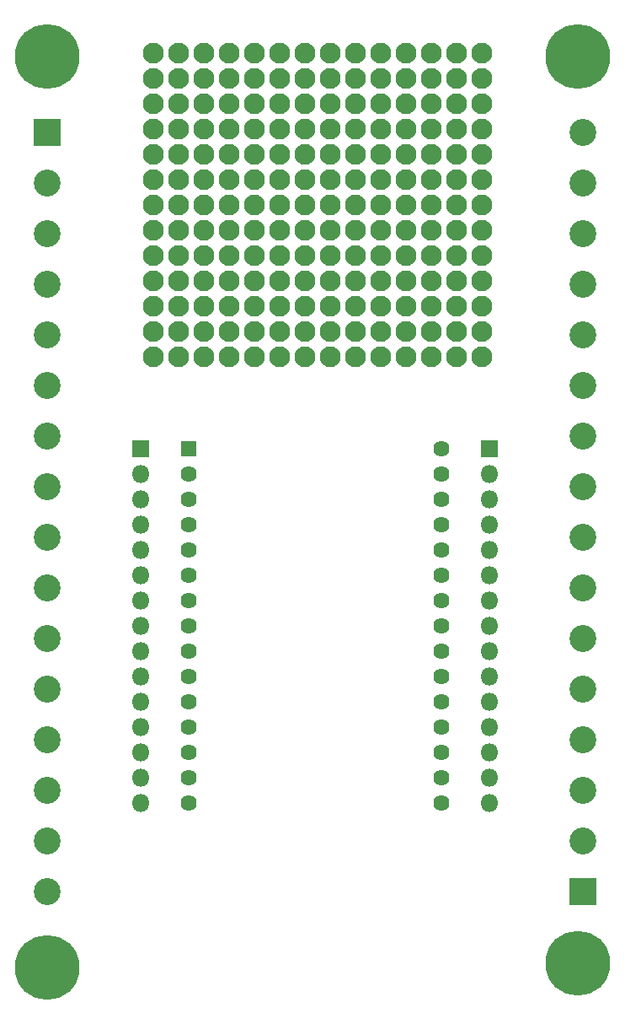
<source format=gts>
G04 #@! TF.GenerationSoftware,KiCad,Pcbnew,(5.1.6)-1*
G04 #@! TF.CreationDate,2021-10-14T13:40:29-04:00*
G04 #@! TF.ProjectId,ESP32 WROOM-32 Breakout MKME.ORG,45535033-3220-4575-924f-4f4d2d333220,rev?*
G04 #@! TF.SameCoordinates,Original*
G04 #@! TF.FileFunction,Soldermask,Top*
G04 #@! TF.FilePolarity,Negative*
%FSLAX46Y46*%
G04 Gerber Fmt 4.6, Leading zero omitted, Abs format (unit mm)*
G04 Created by KiCad (PCBNEW (5.1.6)-1) date 2021-10-14 13:40:29*
%MOMM*%
%LPD*%
G01*
G04 APERTURE LIST*
%ADD10R,2.700000X2.700000*%
%ADD11C,2.700000*%
%ADD12O,1.800000X1.800000*%
%ADD13R,1.800000X1.800000*%
%ADD14C,2.100000*%
%ADD15C,0.900000*%
%ADD16C,6.500000*%
%ADD17R,1.624000X1.624000*%
%ADD18C,1.624000*%
G04 APERTURE END LIST*
D10*
X173228000Y-116840000D03*
D11*
X173228000Y-111760000D03*
X173228000Y-106680000D03*
X173228000Y-101600000D03*
X173228000Y-96520000D03*
X173228000Y-91440000D03*
X173228000Y-86360000D03*
X173228000Y-81280000D03*
X173228000Y-76200000D03*
X173228000Y-71120000D03*
X173228000Y-66040000D03*
X173228000Y-60960000D03*
X173228000Y-55880000D03*
X173228000Y-50800000D03*
X173228000Y-45720000D03*
X173228000Y-40640000D03*
D12*
X163830000Y-107950000D03*
X163830000Y-105410000D03*
X163830000Y-102870000D03*
X163830000Y-100330000D03*
X163830000Y-97790000D03*
X163830000Y-95250000D03*
X163830000Y-92710000D03*
X163830000Y-90170000D03*
X163830000Y-87630000D03*
X163830000Y-85090000D03*
X163830000Y-82550000D03*
X163830000Y-80010000D03*
X163830000Y-77470000D03*
X163830000Y-74930000D03*
D13*
X163830000Y-72390000D03*
D14*
X163050000Y-63150000D03*
X160510000Y-63150000D03*
X157970000Y-63150000D03*
X155430000Y-63150000D03*
X152890000Y-63150000D03*
X150350000Y-63150000D03*
X147810000Y-63150000D03*
X145270000Y-63150000D03*
X142730000Y-63150000D03*
X140190000Y-63150000D03*
X137650000Y-63150000D03*
X135110000Y-63150000D03*
X132570000Y-63150000D03*
X130030000Y-63150000D03*
X163050000Y-60610000D03*
X160510000Y-60610000D03*
X157970000Y-60610000D03*
X155430000Y-60610000D03*
X152890000Y-60610000D03*
X150350000Y-60610000D03*
X147810000Y-60610000D03*
X145270000Y-60610000D03*
X142730000Y-60610000D03*
X140190000Y-60610000D03*
X137650000Y-60610000D03*
X135110000Y-60610000D03*
X132570000Y-60610000D03*
X130030000Y-60610000D03*
X163050000Y-58070000D03*
X160510000Y-58070000D03*
X157970000Y-58070000D03*
X155430000Y-58070000D03*
X152890000Y-58070000D03*
X150350000Y-58070000D03*
X147810000Y-58070000D03*
X145270000Y-58070000D03*
X142730000Y-58070000D03*
X140190000Y-58070000D03*
X137650000Y-58070000D03*
X135110000Y-58070000D03*
X132570000Y-58070000D03*
X130030000Y-58070000D03*
X163050000Y-55530000D03*
X160510000Y-55530000D03*
X157970000Y-55530000D03*
X155430000Y-55530000D03*
X152890000Y-55530000D03*
X150350000Y-55530000D03*
X147810000Y-55530000D03*
X145270000Y-55530000D03*
X142730000Y-55530000D03*
X140190000Y-55530000D03*
X137650000Y-55530000D03*
X135110000Y-55530000D03*
X132570000Y-55530000D03*
X130030000Y-55530000D03*
X163050000Y-52990000D03*
X160510000Y-52990000D03*
X157970000Y-52990000D03*
X155430000Y-52990000D03*
X152890000Y-52990000D03*
X150350000Y-52990000D03*
X147810000Y-52990000D03*
X145270000Y-52990000D03*
X142730000Y-52990000D03*
X140190000Y-52990000D03*
X137650000Y-52990000D03*
X135110000Y-52990000D03*
X132570000Y-52990000D03*
X130030000Y-52990000D03*
X163050000Y-50450000D03*
X160510000Y-50450000D03*
X157970000Y-50450000D03*
X155430000Y-50450000D03*
X152890000Y-50450000D03*
X150350000Y-50450000D03*
X147810000Y-50450000D03*
X145270000Y-50450000D03*
X142730000Y-50450000D03*
X140190000Y-50450000D03*
X137650000Y-50450000D03*
X135110000Y-50450000D03*
X132570000Y-50450000D03*
X130030000Y-50450000D03*
X163050000Y-47910000D03*
X160510000Y-47910000D03*
X157970000Y-47910000D03*
X155430000Y-47910000D03*
X152890000Y-47910000D03*
X150350000Y-47910000D03*
X147810000Y-47910000D03*
X145270000Y-47910000D03*
X142730000Y-47910000D03*
X140190000Y-47910000D03*
X137650000Y-47910000D03*
X135110000Y-47910000D03*
X132570000Y-47910000D03*
X130030000Y-47910000D03*
X163050000Y-45370000D03*
X160510000Y-45370000D03*
X157970000Y-45370000D03*
X155430000Y-45370000D03*
X152890000Y-45370000D03*
X150350000Y-45370000D03*
X147810000Y-45370000D03*
X145270000Y-45370000D03*
X142730000Y-45370000D03*
X140190000Y-45370000D03*
X137650000Y-45370000D03*
X135110000Y-45370000D03*
X132570000Y-45370000D03*
X130030000Y-45370000D03*
X163050000Y-42830000D03*
X160510000Y-42830000D03*
X157970000Y-42830000D03*
X155430000Y-42830000D03*
X152890000Y-42830000D03*
X150350000Y-42830000D03*
X147810000Y-42830000D03*
X145270000Y-42830000D03*
X142730000Y-42830000D03*
X140190000Y-42830000D03*
X137650000Y-42830000D03*
X135110000Y-42830000D03*
X132570000Y-42830000D03*
X130030000Y-42830000D03*
X163050000Y-40290000D03*
X160510000Y-40290000D03*
X157970000Y-40290000D03*
X155430000Y-40290000D03*
X152890000Y-40290000D03*
X150350000Y-40290000D03*
X147810000Y-40290000D03*
X145270000Y-40290000D03*
X142730000Y-40290000D03*
X140190000Y-40290000D03*
X137650000Y-40290000D03*
X135110000Y-40290000D03*
X132570000Y-40290000D03*
X130030000Y-40290000D03*
X163050000Y-37750000D03*
X160510000Y-37750000D03*
X157970000Y-37750000D03*
X155430000Y-37750000D03*
X152890000Y-37750000D03*
X150350000Y-37750000D03*
X147810000Y-37750000D03*
X145270000Y-37750000D03*
X142730000Y-37750000D03*
X140190000Y-37750000D03*
X137650000Y-37750000D03*
X135110000Y-37750000D03*
X132570000Y-37750000D03*
X130030000Y-37750000D03*
X163050000Y-35210000D03*
X160510000Y-35210000D03*
X157970000Y-35210000D03*
X155430000Y-35210000D03*
X152890000Y-35210000D03*
X150350000Y-35210000D03*
X147810000Y-35210000D03*
X145270000Y-35210000D03*
X142730000Y-35210000D03*
X140190000Y-35210000D03*
X137650000Y-35210000D03*
X135110000Y-35210000D03*
X132570000Y-35210000D03*
X130030000Y-35210000D03*
X163050000Y-32670000D03*
X160510000Y-32670000D03*
X157970000Y-32670000D03*
X155430000Y-32670000D03*
X152890000Y-32670000D03*
X150350000Y-32670000D03*
X147810000Y-32670000D03*
X145270000Y-32670000D03*
X142730000Y-32670000D03*
X140190000Y-32670000D03*
X137650000Y-32670000D03*
X135110000Y-32670000D03*
X132570000Y-32670000D03*
X130030000Y-32670000D03*
D15*
X174417056Y-31322944D03*
X172720000Y-30620000D03*
X171022944Y-31322944D03*
X170320000Y-33020000D03*
X171022944Y-34717056D03*
X172720000Y-35420000D03*
X174417056Y-34717056D03*
X175120000Y-33020000D03*
D16*
X172720000Y-33020000D03*
D15*
X121077056Y-31322944D03*
X119380000Y-30620000D03*
X117682944Y-31322944D03*
X116980000Y-33020000D03*
X117682944Y-34717056D03*
X119380000Y-35420000D03*
X121077056Y-34717056D03*
X121780000Y-33020000D03*
D16*
X119380000Y-33020000D03*
D15*
X121077056Y-122762944D03*
X119380000Y-122060000D03*
X117682944Y-122762944D03*
X116980000Y-124460000D03*
X117682944Y-126157056D03*
X119380000Y-126860000D03*
X121077056Y-126157056D03*
X121780000Y-124460000D03*
D16*
X119380000Y-124460000D03*
D15*
X174417056Y-122335888D03*
X172720000Y-121632944D03*
X171022944Y-122335888D03*
X170320000Y-124032944D03*
X171022944Y-125730000D03*
X172720000Y-126432944D03*
X174417056Y-125730000D03*
X175120000Y-124032944D03*
D16*
X172720000Y-124032944D03*
D12*
X128778000Y-107950000D03*
X128778000Y-105410000D03*
X128778000Y-102870000D03*
X128778000Y-100330000D03*
X128778000Y-97790000D03*
X128778000Y-95250000D03*
X128778000Y-92710000D03*
X128778000Y-90170000D03*
X128778000Y-87630000D03*
X128778000Y-85090000D03*
X128778000Y-82550000D03*
X128778000Y-80010000D03*
X128778000Y-77470000D03*
X128778000Y-74930000D03*
D13*
X128778000Y-72390000D03*
D17*
X133604000Y-72390000D03*
D18*
X133604000Y-74930000D03*
X133604000Y-77470000D03*
X133604000Y-80010000D03*
X133604000Y-82550000D03*
X133604000Y-85090000D03*
X133604000Y-87630000D03*
X133604000Y-90170000D03*
X133604000Y-92710000D03*
X133604000Y-95250000D03*
X133604000Y-97790000D03*
X133604000Y-100330000D03*
X133604000Y-102870000D03*
X133604000Y-105410000D03*
X133604000Y-107950000D03*
X159004000Y-107950000D03*
X159004000Y-105410000D03*
X159004000Y-102870000D03*
X159004000Y-100330000D03*
X159004000Y-97790000D03*
X159004000Y-95250000D03*
X159004000Y-92710000D03*
X159004000Y-90170000D03*
X159004000Y-87630000D03*
X159004000Y-85090000D03*
X159004000Y-82550000D03*
X159004000Y-80010000D03*
X159004000Y-77470000D03*
X159004000Y-74930000D03*
X159004000Y-72390000D03*
D11*
X119380000Y-116840000D03*
X119380000Y-111760000D03*
X119380000Y-106680000D03*
X119380000Y-101600000D03*
X119380000Y-96520000D03*
X119380000Y-91440000D03*
X119380000Y-86360000D03*
X119380000Y-81280000D03*
X119380000Y-76200000D03*
X119380000Y-71120000D03*
X119380000Y-66040000D03*
X119380000Y-60960000D03*
X119380000Y-55880000D03*
X119380000Y-50800000D03*
X119380000Y-45720000D03*
D10*
X119380000Y-40640000D03*
M02*

</source>
